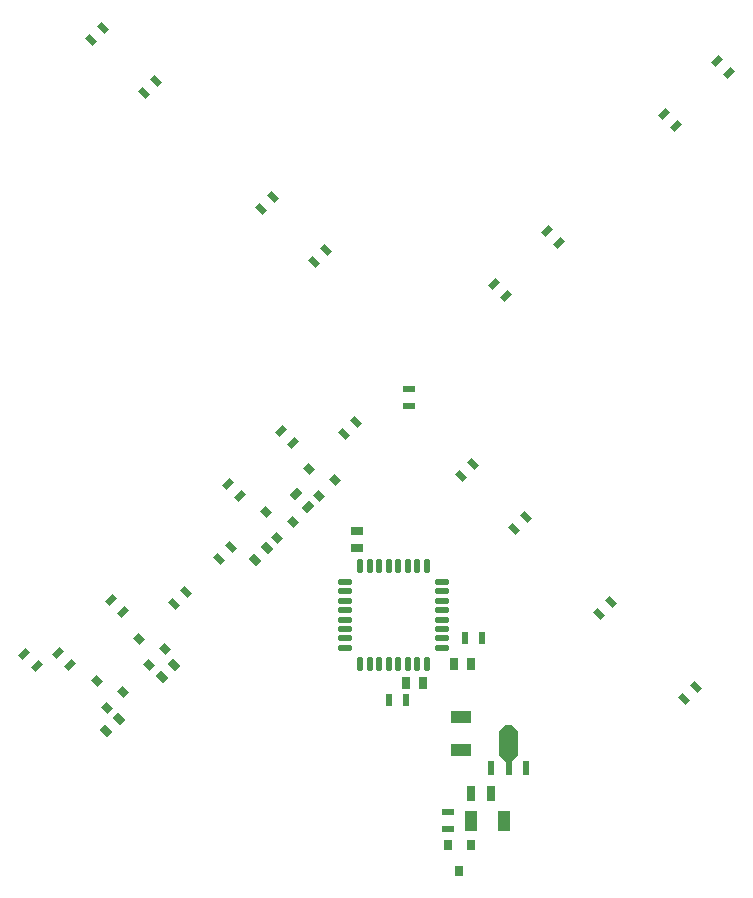
<source format=gbr>
%TF.GenerationSoftware,Altium Limited,Altium Designer,20.1.8 (145)*%
G04 Layer_Color=128*
%FSLAX45Y45*%
%MOMM*%
%TF.SameCoordinates,71AC3D83-D9DD-4B8C-8FBF-A9C29C1C1930*%
%TF.FilePolarity,Positive*%
%TF.FileFunction,Paste,Bot*%
%TF.Part,Single*%
G01*
G75*
%TA.AperFunction,SMDPad,CuDef*%
G04:AMPARAMS|DCode=27|XSize=1.27mm|YSize=0.76mm|CornerRadius=0.0038mm|HoleSize=0mm|Usage=FLASHONLY|Rotation=270.000|XOffset=0mm|YOffset=0mm|HoleType=Round|Shape=RoundedRectangle|*
%AMROUNDEDRECTD27*
21,1,1.27000,0.75240,0,0,270.0*
21,1,1.26240,0.76000,0,0,270.0*
1,1,0.00760,-0.37620,-0.63120*
1,1,0.00760,-0.37620,0.63120*
1,1,0.00760,0.37620,0.63120*
1,1,0.00760,0.37620,-0.63120*
%
%ADD27ROUNDEDRECTD27*%
G04:AMPARAMS|DCode=28|XSize=0.6mm|YSize=0.8mm|CornerRadius=0.003mm|HoleSize=0mm|Usage=FLASHONLY|Rotation=180.000|XOffset=0mm|YOffset=0mm|HoleType=Round|Shape=RoundedRectangle|*
%AMROUNDEDRECTD28*
21,1,0.60000,0.79400,0,0,180.0*
21,1,0.59400,0.80000,0,0,180.0*
1,1,0.00600,-0.29700,0.39700*
1,1,0.00600,0.29700,0.39700*
1,1,0.00600,0.29700,-0.39700*
1,1,0.00600,-0.29700,-0.39700*
%
%ADD28ROUNDEDRECTD28*%
G04:AMPARAMS|DCode=29|XSize=0.95mm|YSize=0.55mm|CornerRadius=0.00275mm|HoleSize=0mm|Usage=FLASHONLY|Rotation=180.000|XOffset=0mm|YOffset=0mm|HoleType=Round|Shape=RoundedRectangle|*
%AMROUNDEDRECTD29*
21,1,0.95000,0.54450,0,0,180.0*
21,1,0.94450,0.55000,0,0,180.0*
1,1,0.00550,-0.47225,0.27225*
1,1,0.00550,0.47225,0.27225*
1,1,0.00550,0.47225,-0.27225*
1,1,0.00550,-0.47225,-0.27225*
%
%ADD29ROUNDEDRECTD29*%
G04:AMPARAMS|DCode=30|XSize=1.65mm|YSize=0.95mm|CornerRadius=0.00475mm|HoleSize=0mm|Usage=FLASHONLY|Rotation=90.000|XOffset=0mm|YOffset=0mm|HoleType=Round|Shape=RoundedRectangle|*
%AMROUNDEDRECTD30*
21,1,1.65000,0.94050,0,0,90.0*
21,1,1.64050,0.95000,0,0,90.0*
1,1,0.00950,0.47025,0.82025*
1,1,0.00950,0.47025,-0.82025*
1,1,0.00950,-0.47025,-0.82025*
1,1,0.00950,-0.47025,0.82025*
%
%ADD30ROUNDEDRECTD30*%
G04:AMPARAMS|DCode=31|XSize=0.5mm|YSize=1.2mm|CornerRadius=0.0025mm|HoleSize=0mm|Usage=FLASHONLY|Rotation=0.000|XOffset=0mm|YOffset=0mm|HoleType=Round|Shape=RoundedRectangle|*
%AMROUNDEDRECTD31*
21,1,0.50000,1.19500,0,0,0.0*
21,1,0.49500,1.20000,0,0,0.0*
1,1,0.00500,0.24750,-0.59750*
1,1,0.00500,-0.24750,-0.59750*
1,1,0.00500,-0.24750,0.59750*
1,1,0.00500,0.24750,0.59750*
%
%ADD31ROUNDEDRECTD31*%
G04:AMPARAMS|DCode=32|XSize=0.95mm|YSize=0.6mm|CornerRadius=0.003mm|HoleSize=0mm|Usage=FLASHONLY|Rotation=225.000|XOffset=0mm|YOffset=0mm|HoleType=Round|Shape=RoundedRectangle|*
%AMROUNDEDRECTD32*
21,1,0.95000,0.59400,0,0,225.0*
21,1,0.94400,0.60000,0,0,225.0*
1,1,0.00600,-0.54377,-0.12374*
1,1,0.00600,0.12374,0.54377*
1,1,0.00600,0.54377,0.12374*
1,1,0.00600,-0.12374,-0.54377*
%
%ADD32ROUNDEDRECTD32*%
G04:AMPARAMS|DCode=33|XSize=0.95mm|YSize=0.6mm|CornerRadius=0.003mm|HoleSize=0mm|Usage=FLASHONLY|Rotation=315.000|XOffset=0mm|YOffset=0mm|HoleType=Round|Shape=RoundedRectangle|*
%AMROUNDEDRECTD33*
21,1,0.95000,0.59400,0,0,315.0*
21,1,0.94400,0.60000,0,0,315.0*
1,1,0.00600,0.12374,-0.54377*
1,1,0.00600,-0.54377,0.12374*
1,1,0.00600,-0.12374,0.54377*
1,1,0.00600,0.54377,-0.12374*
%
%ADD33ROUNDEDRECTD33*%
G04:AMPARAMS|DCode=34|XSize=0.95mm|YSize=0.55mm|CornerRadius=0.00275mm|HoleSize=0mm|Usage=FLASHONLY|Rotation=45.000|XOffset=0mm|YOffset=0mm|HoleType=Round|Shape=RoundedRectangle|*
%AMROUNDEDRECTD34*
21,1,0.95000,0.54450,0,0,45.0*
21,1,0.94450,0.55000,0,0,45.0*
1,1,0.00550,0.52644,0.14142*
1,1,0.00550,-0.14142,-0.52644*
1,1,0.00550,-0.52644,-0.14142*
1,1,0.00550,0.14142,0.52644*
%
%ADD34ROUNDEDRECTD34*%
G04:AMPARAMS|DCode=35|XSize=0.6mm|YSize=0.8mm|CornerRadius=0.003mm|HoleSize=0mm|Usage=FLASHONLY|Rotation=45.000|XOffset=0mm|YOffset=0mm|HoleType=Round|Shape=RoundedRectangle|*
%AMROUNDEDRECTD35*
21,1,0.60000,0.79400,0,0,45.0*
21,1,0.59400,0.80000,0,0,45.0*
1,1,0.00600,0.49073,-0.07071*
1,1,0.00600,0.07071,-0.49073*
1,1,0.00600,-0.49073,0.07071*
1,1,0.00600,-0.07071,0.49073*
%
%ADD35ROUNDEDRECTD35*%
G04:AMPARAMS|DCode=36|XSize=0.95mm|YSize=0.6mm|CornerRadius=0.003mm|HoleSize=0mm|Usage=FLASHONLY|Rotation=180.000|XOffset=0mm|YOffset=0mm|HoleType=Round|Shape=RoundedRectangle|*
%AMROUNDEDRECTD36*
21,1,0.95000,0.59400,0,0,180.0*
21,1,0.94400,0.60000,0,0,180.0*
1,1,0.00600,-0.47200,0.29700*
1,1,0.00600,0.47200,0.29700*
1,1,0.00600,0.47200,-0.29700*
1,1,0.00600,-0.47200,-0.29700*
%
%ADD36ROUNDEDRECTD36*%
G04:AMPARAMS|DCode=37|XSize=0.95mm|YSize=0.6mm|CornerRadius=0.003mm|HoleSize=0mm|Usage=FLASHONLY|Rotation=90.000|XOffset=0mm|YOffset=0mm|HoleType=Round|Shape=RoundedRectangle|*
%AMROUNDEDRECTD37*
21,1,0.95000,0.59400,0,0,90.0*
21,1,0.94400,0.60000,0,0,90.0*
1,1,0.00600,0.29700,0.47200*
1,1,0.00600,0.29700,-0.47200*
1,1,0.00600,-0.29700,-0.47200*
1,1,0.00600,-0.29700,0.47200*
%
%ADD37ROUNDEDRECTD37*%
%ADD38O,0.50000X1.25000*%
%ADD39O,1.25000X0.50000*%
G04:AMPARAMS|DCode=40|XSize=0.95mm|YSize=0.55mm|CornerRadius=0.00275mm|HoleSize=0mm|Usage=FLASHONLY|Rotation=90.000|XOffset=0mm|YOffset=0mm|HoleType=Round|Shape=RoundedRectangle|*
%AMROUNDEDRECTD40*
21,1,0.95000,0.54450,0,0,90.0*
21,1,0.94450,0.55000,0,0,90.0*
1,1,0.00550,0.27225,0.47225*
1,1,0.00550,0.27225,-0.47225*
1,1,0.00550,-0.27225,-0.47225*
1,1,0.00550,-0.27225,0.47225*
%
%ADD40ROUNDEDRECTD40*%
G04:AMPARAMS|DCode=41|XSize=0.95mm|YSize=0.55mm|CornerRadius=0.00275mm|HoleSize=0mm|Usage=FLASHONLY|Rotation=135.000|XOffset=0mm|YOffset=0mm|HoleType=Round|Shape=RoundedRectangle|*
%AMROUNDEDRECTD41*
21,1,0.95000,0.54450,0,0,135.0*
21,1,0.94450,0.55000,0,0,135.0*
1,1,0.00550,-0.14142,0.52644*
1,1,0.00550,0.52644,-0.14142*
1,1,0.00550,0.14142,-0.52644*
1,1,0.00550,-0.52644,0.14142*
%
%ADD41ROUNDEDRECTD41*%
G04:AMPARAMS|DCode=42|XSize=1.65mm|YSize=0.95mm|CornerRadius=0.00475mm|HoleSize=0mm|Usage=FLASHONLY|Rotation=0.000|XOffset=0mm|YOffset=0mm|HoleType=Round|Shape=RoundedRectangle|*
%AMROUNDEDRECTD42*
21,1,1.65000,0.94050,0,0,0.0*
21,1,1.64050,0.95000,0,0,0.0*
1,1,0.00950,0.82025,-0.47025*
1,1,0.00950,-0.82025,-0.47025*
1,1,0.00950,-0.82025,0.47025*
1,1,0.00950,0.82025,0.47025*
%
%ADD42ROUNDEDRECTD42*%
G36*
X1053529Y-3114667D02*
Y-3324667D01*
X997900Y-3380295D01*
X949158D01*
X893529Y-3324667D01*
Y-3114667D01*
X948529Y-3059667D01*
X998529D01*
X1053529Y-3114667D01*
D02*
G37*
D27*
X653529Y-3647745D02*
D03*
X823529D02*
D03*
D28*
X558529Y-4296948D02*
D03*
X653529Y-4076948D02*
D03*
X463529D02*
D03*
D29*
Y-3944684D02*
D03*
Y-3799684D02*
D03*
X127000Y-360900D02*
D03*
Y-215900D02*
D03*
D30*
X653529Y-3874922D02*
D03*
X933529D02*
D03*
D31*
X1123529Y-3429666D02*
D03*
X973529Y-3429667D02*
D03*
X823529Y-3429666D02*
D03*
D32*
X-723024Y-1213757D02*
D03*
X-825555Y-1111226D02*
D03*
D33*
X-1070051Y-1560796D02*
D03*
X-1172581Y-1663327D02*
D03*
X-1861846Y-2557570D02*
D03*
X-1964377Y-2660101D02*
D03*
X-2430469Y-3117491D02*
D03*
X-2327939Y-3014961D02*
D03*
D34*
X-3022600Y-2562860D02*
D03*
X-3125131Y-2460329D02*
D03*
X853124Y673519D02*
D03*
X955655Y570988D02*
D03*
X1404668Y1020001D02*
D03*
X1302137Y1122532D02*
D03*
X2289965Y2110360D02*
D03*
X2392496Y2007830D02*
D03*
X2841509Y2456842D02*
D03*
X2738978Y2559373D02*
D03*
X-955655Y-570988D02*
D03*
X-853124Y-673519D02*
D03*
X-1302137Y-1122532D02*
D03*
X-1404668Y-1020001D02*
D03*
X-2392496Y-2007830D02*
D03*
X-2289965Y-2110360D02*
D03*
X-2738978Y-2559373D02*
D03*
X-2841509Y-2456842D02*
D03*
D35*
X-1077631Y-1257236D02*
D03*
X-989242Y-1479974D02*
D03*
X-854892Y-1345624D02*
D03*
X-2291733Y-2782465D02*
D03*
X-2426083Y-2916815D02*
D03*
X-2514472Y-2694077D02*
D03*
X-1932523Y-2423255D02*
D03*
X-2066873Y-2557605D02*
D03*
X-2155262Y-2334867D02*
D03*
X-495682Y-986414D02*
D03*
X-630032Y-1120764D02*
D03*
X-718420Y-898026D02*
D03*
D36*
X-308534Y-1566064D02*
D03*
Y-1421064D02*
D03*
D37*
X105479Y-2707709D02*
D03*
X250479D02*
D03*
X509569Y-2543015D02*
D03*
X654569D02*
D03*
D38*
X279979Y-2543016D02*
D03*
X199979D02*
D03*
X119979D02*
D03*
X39979D02*
D03*
X-40021D02*
D03*
X-120021D02*
D03*
X-200021D02*
D03*
X-280021D02*
D03*
Y-1718016D02*
D03*
X-200021D02*
D03*
X-120021D02*
D03*
X-40021D02*
D03*
X39979D02*
D03*
X119979D02*
D03*
X199979D02*
D03*
X279979D02*
D03*
D39*
X-412521Y-2410516D02*
D03*
Y-2330516D02*
D03*
Y-2250516D02*
D03*
Y-2170516D02*
D03*
Y-2090516D02*
D03*
Y-2010516D02*
D03*
Y-1930516D02*
D03*
Y-1850516D02*
D03*
X412479D02*
D03*
Y-1930516D02*
D03*
Y-2010516D02*
D03*
Y-2090516D02*
D03*
Y-2170516D02*
D03*
Y-2250516D02*
D03*
Y-2330516D02*
D03*
Y-2410516D02*
D03*
D40*
X104979Y-2855167D02*
D03*
X-40020D02*
D03*
X750489Y-2330516D02*
D03*
X605489D02*
D03*
D41*
X-673519Y853124D02*
D03*
X-570988Y955655D02*
D03*
X-1020001Y1404668D02*
D03*
X-1122532Y1302137D02*
D03*
X-2110360Y2289965D02*
D03*
X-2007830Y2392496D02*
D03*
X-2456842Y2841509D02*
D03*
X-2559373Y2738978D02*
D03*
X673519Y-853124D02*
D03*
X570988Y-955655D02*
D03*
X1020001Y-1404668D02*
D03*
X1122532Y-1302137D02*
D03*
X2559373Y-2738978D02*
D03*
X2456842Y-2841509D02*
D03*
X1840953Y-2020558D02*
D03*
X1738422Y-2123088D02*
D03*
X-422072Y-601677D02*
D03*
X-319542Y-499147D02*
D03*
X-1476510Y-1656115D02*
D03*
X-1373979Y-1553584D02*
D03*
X-1858913Y-2038518D02*
D03*
X-1756383Y-1935987D02*
D03*
D42*
X570468Y-2995913D02*
D03*
Y-3275913D02*
D03*
%TF.MD5,bff9e22cd2c8e267fdda7daf8dab2e39*%
M02*

</source>
